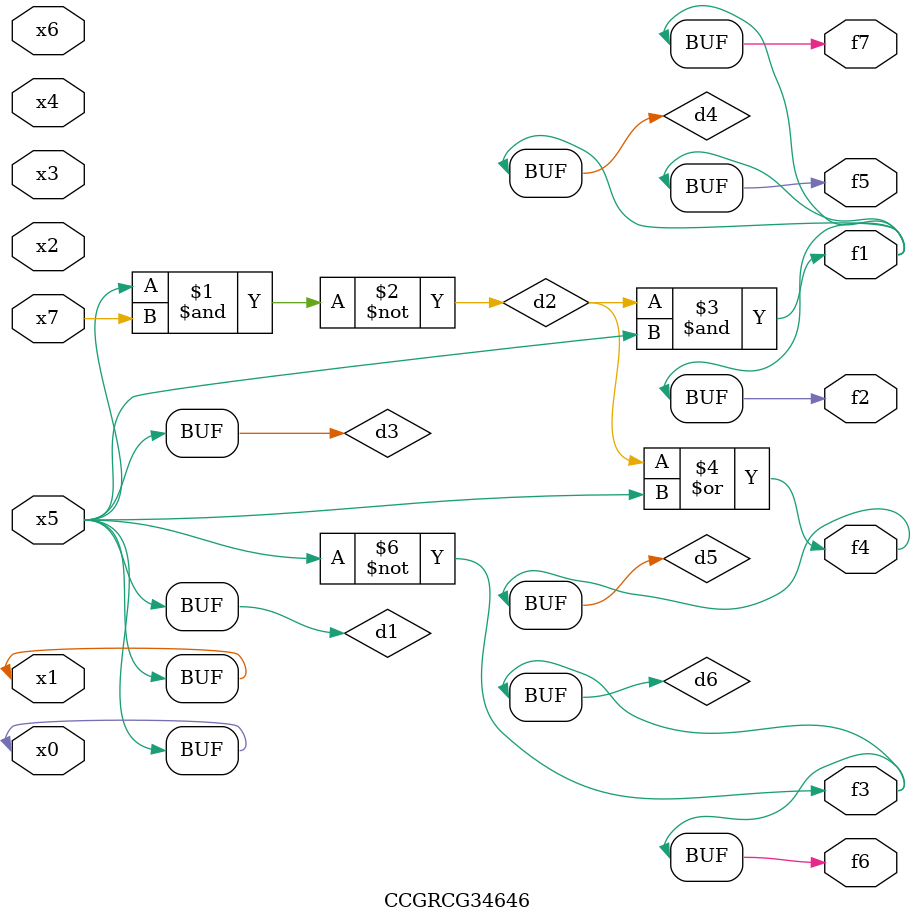
<source format=v>
module CCGRCG34646(
	input x0, x1, x2, x3, x4, x5, x6, x7,
	output f1, f2, f3, f4, f5, f6, f7
);

	wire d1, d2, d3, d4, d5, d6;

	buf (d1, x0, x5);
	nand (d2, x5, x7);
	buf (d3, x0, x1);
	and (d4, d2, d3);
	or (d5, d2, d3);
	nor (d6, d1, d3);
	assign f1 = d4;
	assign f2 = d4;
	assign f3 = d6;
	assign f4 = d5;
	assign f5 = d4;
	assign f6 = d6;
	assign f7 = d4;
endmodule

</source>
